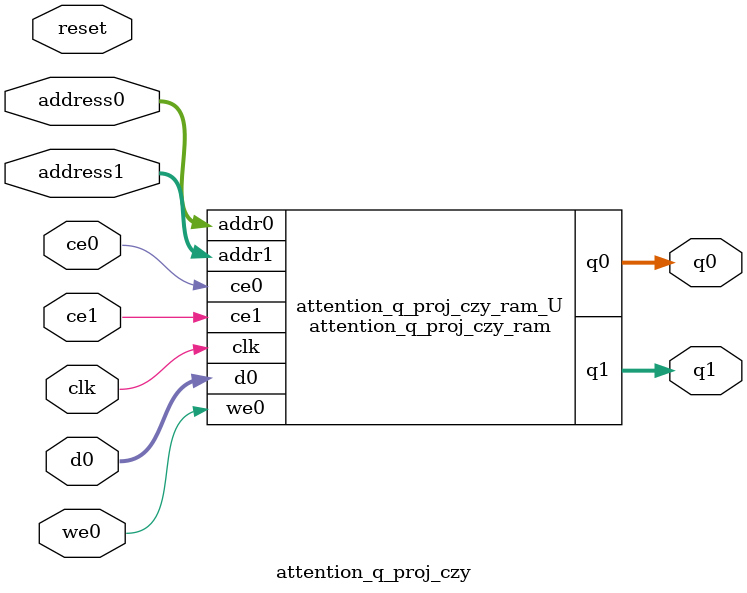
<source format=v>
`timescale 1 ns / 1 ps
module attention_q_proj_czy_ram (addr0, ce0, d0, we0, q0, addr1, ce1, q1,  clk);

parameter DWIDTH = 40;
parameter AWIDTH = 9;
parameter MEM_SIZE = 384;

input[AWIDTH-1:0] addr0;
input ce0;
input[DWIDTH-1:0] d0;
input we0;
output reg[DWIDTH-1:0] q0;
input[AWIDTH-1:0] addr1;
input ce1;
output reg[DWIDTH-1:0] q1;
input clk;

(* ram_style = "block" *)reg [DWIDTH-1:0] ram[0:MEM_SIZE-1];




always @(posedge clk)  
begin 
    if (ce0) begin
        if (we0) 
            ram[addr0] <= d0; 
        q0 <= ram[addr0];
    end
end


always @(posedge clk)  
begin 
    if (ce1) begin
        q1 <= ram[addr1];
    end
end


endmodule

`timescale 1 ns / 1 ps
module attention_q_proj_czy(
    reset,
    clk,
    address0,
    ce0,
    we0,
    d0,
    q0,
    address1,
    ce1,
    q1);

parameter DataWidth = 32'd40;
parameter AddressRange = 32'd384;
parameter AddressWidth = 32'd9;
input reset;
input clk;
input[AddressWidth - 1:0] address0;
input ce0;
input we0;
input[DataWidth - 1:0] d0;
output[DataWidth - 1:0] q0;
input[AddressWidth - 1:0] address1;
input ce1;
output[DataWidth - 1:0] q1;



attention_q_proj_czy_ram attention_q_proj_czy_ram_U(
    .clk( clk ),
    .addr0( address0 ),
    .ce0( ce0 ),
    .we0( we0 ),
    .d0( d0 ),
    .q0( q0 ),
    .addr1( address1 ),
    .ce1( ce1 ),
    .q1( q1 ));

endmodule


</source>
